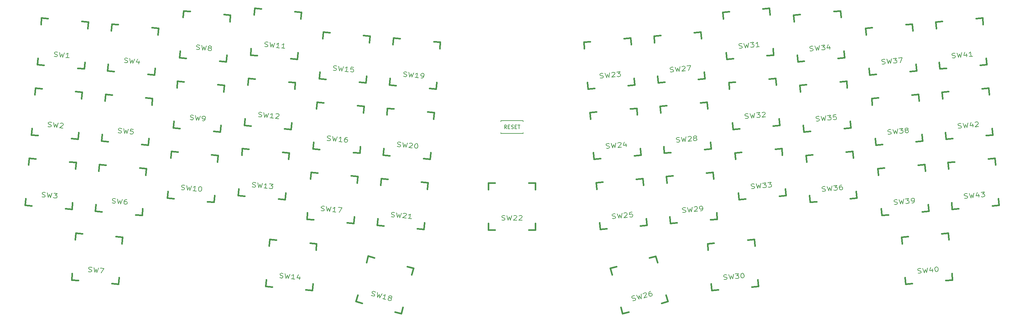
<source format=gbr>
G04 #@! TF.GenerationSoftware,KiCad,Pcbnew,(5.1.0)-1*
G04 #@! TF.CreationDate,2019-06-28T01:08:36+08:00*
G04 #@! TF.ProjectId,Kamaitachi,4b616d61-6974-4616-9368-692e6b696361,rev?*
G04 #@! TF.SameCoordinates,Original*
G04 #@! TF.FileFunction,Legend,Top*
G04 #@! TF.FilePolarity,Positive*
%FSLAX46Y46*%
G04 Gerber Fmt 4.6, Leading zero omitted, Abs format (unit mm)*
G04 Created by KiCad (PCBNEW (5.1.0)-1) date 2019-06-28 01:08:36*
%MOMM*%
%LPD*%
G04 APERTURE LIST*
%ADD10C,0.381000*%
%ADD11C,0.150000*%
%ADD12C,0.203200*%
G04 APERTURE END LIST*
D10*
X325171761Y-145868081D02*
X325016798Y-144096847D01*
X326123676Y-156748519D02*
X325968713Y-154977285D01*
X327894910Y-156593556D02*
X326123676Y-156748519D01*
X338775348Y-155641641D02*
X337004114Y-155796604D01*
X338620385Y-153870407D02*
X338775348Y-155641641D01*
X337668470Y-142989969D02*
X337823433Y-144761203D01*
X335897236Y-143144932D02*
X337668470Y-142989969D01*
X325016798Y-144096847D02*
X326788032Y-143941884D01*
X323511444Y-126890572D02*
X323356481Y-125119338D01*
X324463359Y-137771010D02*
X324308396Y-135999776D01*
X326234593Y-137616047D02*
X324463359Y-137771010D01*
X337115031Y-136664132D02*
X335343797Y-136819095D01*
X336960068Y-134892898D02*
X337115031Y-136664132D01*
X336008153Y-124012460D02*
X336163116Y-125783694D01*
X334236919Y-124167423D02*
X336008153Y-124012460D01*
X323356481Y-125119338D02*
X325127715Y-124964375D01*
X321851127Y-107913063D02*
X321696164Y-106141829D01*
X322803042Y-118793501D02*
X322648079Y-117022267D01*
X324574276Y-118638538D02*
X322803042Y-118793501D01*
X335454714Y-117686623D02*
X333683480Y-117841586D01*
X335299751Y-115915389D02*
X335454714Y-117686623D01*
X334347836Y-105034951D02*
X334502799Y-106806185D01*
X332576602Y-105189914D02*
X334347836Y-105034951D01*
X321696164Y-106141829D02*
X323467398Y-105986866D01*
X312599444Y-166090784D02*
X312444481Y-164319550D01*
X313551359Y-176971222D02*
X313396396Y-175199988D01*
X315322593Y-176816259D02*
X313551359Y-176971222D01*
X326203031Y-175864344D02*
X324431797Y-176019307D01*
X326048068Y-174093110D02*
X326203031Y-175864344D01*
X325096153Y-163212672D02*
X325251116Y-164983906D01*
X323324919Y-163367635D02*
X325096153Y-163212672D01*
X312444481Y-164319550D02*
X314215715Y-164164587D01*
X306194252Y-147528398D02*
X306039289Y-145757164D01*
X307146167Y-158408836D02*
X306991204Y-156637602D01*
X308917401Y-158253873D02*
X307146167Y-158408836D01*
X319797839Y-157301958D02*
X318026605Y-157456921D01*
X319642876Y-155530724D02*
X319797839Y-157301958D01*
X318690961Y-144650286D02*
X318845924Y-146421520D01*
X316919727Y-144805249D02*
X318690961Y-144650286D01*
X306039289Y-145757164D02*
X307810523Y-145602201D01*
X304533935Y-128550889D02*
X304378972Y-126779655D01*
X305485850Y-139431327D02*
X305330887Y-137660093D01*
X307257084Y-139276364D02*
X305485850Y-139431327D01*
X318137522Y-138324449D02*
X316366288Y-138479412D01*
X317982559Y-136553215D02*
X318137522Y-138324449D01*
X317030644Y-125672777D02*
X317185607Y-127444011D01*
X315259410Y-125827740D02*
X317030644Y-125672777D01*
X304378972Y-126779655D02*
X306150206Y-126624692D01*
X302873618Y-109573380D02*
X302718655Y-107802146D01*
X303825533Y-120453818D02*
X303670570Y-118682584D01*
X305596767Y-120298855D02*
X303825533Y-120453818D01*
X316477205Y-119346940D02*
X314705971Y-119501903D01*
X316322242Y-117575706D02*
X316477205Y-119346940D01*
X315370327Y-106695268D02*
X315525290Y-108466502D01*
X313599093Y-106850231D02*
X315370327Y-106695268D01*
X302718655Y-107802146D02*
X304489889Y-107647183D01*
X286760156Y-143969900D02*
X286605193Y-142198666D01*
X287712071Y-154850338D02*
X287557108Y-153079104D01*
X289483305Y-154695375D02*
X287712071Y-154850338D01*
X300363743Y-153743460D02*
X298592509Y-153898423D01*
X300208780Y-151972226D02*
X300363743Y-153743460D01*
X299256865Y-141091788D02*
X299411828Y-142863022D01*
X297485631Y-141246751D02*
X299256865Y-141091788D01*
X286605193Y-142198666D02*
X288376427Y-142043703D01*
X285099839Y-124992391D02*
X284944876Y-123221157D01*
X286051754Y-135872829D02*
X285896791Y-134101595D01*
X287822988Y-135717866D02*
X286051754Y-135872829D01*
X298703426Y-134765951D02*
X296932192Y-134920914D01*
X298548463Y-132994717D02*
X298703426Y-134765951D01*
X297596548Y-122114279D02*
X297751511Y-123885513D01*
X295825314Y-122269242D02*
X297596548Y-122114279D01*
X284944876Y-123221157D02*
X286716110Y-123066194D01*
X283439522Y-106014881D02*
X283284559Y-104243647D01*
X284391437Y-116895319D02*
X284236474Y-115124085D01*
X286162671Y-116740356D02*
X284391437Y-116895319D01*
X297043109Y-115788441D02*
X295271875Y-115943404D01*
X296888146Y-114017207D02*
X297043109Y-115788441D01*
X295936231Y-103136769D02*
X296091194Y-104908003D01*
X294164997Y-103291732D02*
X295936231Y-103136769D01*
X283284559Y-104243647D02*
X285055793Y-104088684D01*
X267575107Y-143258028D02*
X267420144Y-141486794D01*
X268527022Y-154138466D02*
X268372059Y-152367232D01*
X270298256Y-153983503D02*
X268527022Y-154138466D01*
X281178694Y-153031588D02*
X279407460Y-153186551D01*
X281023731Y-151260354D02*
X281178694Y-153031588D01*
X280071816Y-140379916D02*
X280226779Y-142151150D01*
X278300582Y-140534879D02*
X280071816Y-140379916D01*
X267420144Y-141486794D02*
X269191378Y-141331831D01*
X265914790Y-124280519D02*
X265759827Y-122509285D01*
X266866705Y-135160957D02*
X266711742Y-133389723D01*
X268637939Y-135005994D02*
X266866705Y-135160957D01*
X279518377Y-134054079D02*
X277747143Y-134209042D01*
X279363414Y-132282845D02*
X279518377Y-134054079D01*
X278411499Y-121402407D02*
X278566462Y-123173641D01*
X276640265Y-121557370D02*
X278411499Y-121402407D01*
X265759827Y-122509285D02*
X267531061Y-122354322D01*
X264254474Y-105303010D02*
X264099511Y-103531776D01*
X265206389Y-116183448D02*
X265051426Y-114412214D01*
X266977623Y-116028485D02*
X265206389Y-116183448D01*
X277858061Y-115076570D02*
X276086827Y-115231533D01*
X277703098Y-113305336D02*
X277858061Y-115076570D01*
X276751183Y-102424898D02*
X276906146Y-104196132D01*
X274979949Y-102579861D02*
X276751183Y-102424898D01*
X264099511Y-103531776D02*
X265870745Y-103376813D01*
X260161749Y-167810073D02*
X260006786Y-166038839D01*
X261113664Y-178690511D02*
X260958701Y-176919277D01*
X262884898Y-178535548D02*
X261113664Y-178690511D01*
X273765336Y-177583633D02*
X271994102Y-177738596D01*
X273610373Y-175812399D02*
X273765336Y-177583633D01*
X272658458Y-164931961D02*
X272813421Y-166703195D01*
X270887224Y-165086924D02*
X272658458Y-164931961D01*
X260006786Y-166038839D02*
X261778020Y-165883876D01*
X249012678Y-149662722D02*
X248857715Y-147891488D01*
X249964593Y-160543160D02*
X249809630Y-158771926D01*
X251735827Y-160388197D02*
X249964593Y-160543160D01*
X262616265Y-159436282D02*
X260845031Y-159591245D01*
X262461302Y-157665048D02*
X262616265Y-159436282D01*
X261509387Y-146784610D02*
X261664350Y-148555844D01*
X259738153Y-146939573D02*
X261509387Y-146784610D01*
X248857715Y-147891488D02*
X250628949Y-147736525D01*
X247352361Y-130685213D02*
X247197398Y-128913979D01*
X248304276Y-141565651D02*
X248149313Y-139794417D01*
X250075510Y-141410688D02*
X248304276Y-141565651D01*
X260955948Y-140458773D02*
X259184714Y-140613736D01*
X260800985Y-138687539D02*
X260955948Y-140458773D01*
X259849070Y-127807101D02*
X260004033Y-129578335D01*
X258077836Y-127962064D02*
X259849070Y-127807101D01*
X247197398Y-128913979D02*
X248968632Y-128759016D01*
X245692044Y-111707703D02*
X245537081Y-109936469D01*
X246643959Y-122588141D02*
X246488996Y-120816907D01*
X248415193Y-122433178D02*
X246643959Y-122588141D01*
X259295631Y-121481263D02*
X257524397Y-121636226D01*
X259140668Y-119710029D02*
X259295631Y-121481263D01*
X258188753Y-108829591D02*
X258343716Y-110600825D01*
X256417519Y-108984554D02*
X258188753Y-108829591D01*
X245537081Y-109936469D02*
X247308315Y-109781506D01*
X234190023Y-174432524D02*
X233729843Y-172715108D01*
X237016845Y-184982366D02*
X236556665Y-183264950D01*
X238734261Y-184522186D02*
X237016845Y-184982366D01*
X249284103Y-181695364D02*
X247566687Y-182155544D01*
X248823923Y-179977948D02*
X249284103Y-181695364D01*
X245997101Y-169428106D02*
X246457281Y-171145522D01*
X244279685Y-169888286D02*
X245997101Y-169428106D01*
X233729843Y-172715108D02*
X235447259Y-172254928D01*
X230035169Y-151323039D02*
X229880206Y-149551805D01*
X230987084Y-162203477D02*
X230832121Y-160432243D01*
X232758318Y-162048514D02*
X230987084Y-162203477D01*
X243638756Y-161096599D02*
X241867522Y-161251562D01*
X243483793Y-159325365D02*
X243638756Y-161096599D01*
X242531878Y-148444927D02*
X242686841Y-150216161D01*
X240760644Y-148599890D02*
X242531878Y-148444927D01*
X229880206Y-149551805D02*
X231651440Y-149396842D01*
X228374852Y-132345530D02*
X228219889Y-130574296D01*
X229326767Y-143225968D02*
X229171804Y-141454734D01*
X231098001Y-143071005D02*
X229326767Y-143225968D01*
X241978439Y-142119090D02*
X240207205Y-142274053D01*
X241823476Y-140347856D02*
X241978439Y-142119090D01*
X240871561Y-129467418D02*
X241026524Y-131238652D01*
X239100327Y-129622381D02*
X240871561Y-129467418D01*
X228219889Y-130574296D02*
X229991123Y-130419333D01*
X226714535Y-113368020D02*
X226559572Y-111596786D01*
X227666450Y-124248458D02*
X227511487Y-122477224D01*
X229437684Y-124093495D02*
X227666450Y-124248458D01*
X240318122Y-123141580D02*
X238546888Y-123296543D01*
X240163159Y-121370346D02*
X240318122Y-123141580D01*
X239211244Y-110489908D02*
X239366207Y-112261142D01*
X237440010Y-110644871D02*
X239211244Y-110489908D01*
X226559572Y-111596786D02*
X228330806Y-111441823D01*
X200819100Y-151400330D02*
X200819100Y-149622330D01*
X200819100Y-162322330D02*
X200819100Y-160544330D01*
X202597100Y-162322330D02*
X200819100Y-162322330D01*
X213519100Y-162322330D02*
X211741100Y-162322330D01*
X213519100Y-160544330D02*
X213519100Y-162322330D01*
X213519100Y-149622330D02*
X213519100Y-151400330D01*
X211741100Y-149622330D02*
X213519100Y-149622330D01*
X200819100Y-149622330D02*
X202597100Y-149622330D01*
X171651359Y-150216161D02*
X171806322Y-148444927D01*
X170699444Y-161096599D02*
X170854407Y-159325365D01*
X172470678Y-161251562D02*
X170699444Y-161096599D01*
X183351116Y-162203477D02*
X181579882Y-162048514D01*
X183506079Y-160432243D02*
X183351116Y-162203477D01*
X184457994Y-149551805D02*
X184303031Y-151323039D01*
X182686760Y-149396842D02*
X184457994Y-149551805D01*
X171806322Y-148444927D02*
X173577556Y-148599890D01*
X173311676Y-131238652D02*
X173466639Y-129467418D01*
X172359761Y-142119090D02*
X172514724Y-140347856D01*
X174130995Y-142274053D02*
X172359761Y-142119090D01*
X185011433Y-143225968D02*
X183240199Y-143071005D01*
X185166396Y-141454734D02*
X185011433Y-143225968D01*
X186118311Y-130574296D02*
X185963348Y-132345530D01*
X184347077Y-130419333D02*
X186118311Y-130574296D01*
X173466639Y-129467418D02*
X175237873Y-129622381D01*
X174971993Y-112261142D02*
X175126956Y-110489908D01*
X174020078Y-123141580D02*
X174175041Y-121370346D01*
X175791312Y-123296543D02*
X174020078Y-123141580D01*
X186671750Y-124248458D02*
X184900516Y-124093495D01*
X186826713Y-122477224D02*
X186671750Y-124248458D01*
X187778628Y-111596786D02*
X187623665Y-113368020D01*
X186007394Y-111441823D02*
X187778628Y-111596786D01*
X175126956Y-110489908D02*
X176898190Y-110644871D01*
X167803545Y-171138753D02*
X168263725Y-169421337D01*
X164976723Y-181688595D02*
X165436903Y-179971179D01*
X166694139Y-182148775D02*
X164976723Y-181688595D01*
X177243981Y-184975597D02*
X175526565Y-184515417D01*
X177704161Y-183258181D02*
X177243981Y-184975597D01*
X180530983Y-172708339D02*
X180070803Y-174425755D01*
X178813567Y-172248159D02*
X180530983Y-172708339D01*
X168263725Y-169421337D02*
X169981141Y-169881517D01*
X152673850Y-148555844D02*
X152828813Y-146784610D01*
X151721935Y-159436282D02*
X151876898Y-157665048D01*
X153493169Y-159591245D02*
X151721935Y-159436282D01*
X164373607Y-160543160D02*
X162602373Y-160388197D01*
X164528570Y-158771926D02*
X164373607Y-160543160D01*
X165480485Y-147891488D02*
X165325522Y-149662722D01*
X163709251Y-147736525D02*
X165480485Y-147891488D01*
X152828813Y-146784610D02*
X154600047Y-146939573D01*
X154334167Y-129578335D02*
X154489130Y-127807101D01*
X153382252Y-140458773D02*
X153537215Y-138687539D01*
X155153486Y-140613736D02*
X153382252Y-140458773D01*
X166033924Y-141565651D02*
X164262690Y-141410688D01*
X166188887Y-139794417D02*
X166033924Y-141565651D01*
X167140802Y-128913979D02*
X166985839Y-130685213D01*
X165369568Y-128759016D02*
X167140802Y-128913979D01*
X154489130Y-127807101D02*
X156260364Y-127962064D01*
X155994484Y-110600825D02*
X156149447Y-108829591D01*
X155042569Y-121481263D02*
X155197532Y-119710029D01*
X156813803Y-121636226D02*
X155042569Y-121481263D01*
X167694241Y-122588141D02*
X165923007Y-122433178D01*
X167849204Y-120816907D02*
X167694241Y-122588141D01*
X168801119Y-109936469D02*
X168646156Y-111707703D01*
X167029885Y-109781506D02*
X168801119Y-109936469D01*
X156149447Y-108829591D02*
X157920681Y-108984554D01*
X141524779Y-166703195D02*
X141679742Y-164931961D01*
X140572864Y-177583633D02*
X140727827Y-175812399D01*
X142344098Y-177738596D02*
X140572864Y-177583633D01*
X153224536Y-178690511D02*
X151453302Y-178535548D01*
X153379499Y-176919277D02*
X153224536Y-178690511D01*
X154331414Y-166038839D02*
X154176451Y-167810073D01*
X152560180Y-165883876D02*
X154331414Y-166038839D01*
X141679742Y-164931961D02*
X143450976Y-165086924D01*
X134111421Y-142151150D02*
X134266384Y-140379916D01*
X133159506Y-153031588D02*
X133314469Y-151260354D01*
X134930740Y-153186551D02*
X133159506Y-153031588D01*
X145811178Y-154138466D02*
X144039944Y-153983503D01*
X145966141Y-152367232D02*
X145811178Y-154138466D01*
X146918056Y-141486794D02*
X146763093Y-143258028D01*
X145146822Y-141331831D02*
X146918056Y-141486794D01*
X134266384Y-140379916D02*
X136037618Y-140534879D01*
X135771738Y-123173641D02*
X135926701Y-121402407D01*
X134819823Y-134054079D02*
X134974786Y-132282845D01*
X136591057Y-134209042D02*
X134819823Y-134054079D01*
X147471495Y-135160957D02*
X145700261Y-135005994D01*
X147626458Y-133389723D02*
X147471495Y-135160957D01*
X148578373Y-122509285D02*
X148423410Y-124280519D01*
X146807139Y-122354322D02*
X148578373Y-122509285D01*
X135926701Y-121402407D02*
X137697935Y-121557370D01*
X137432054Y-104196132D02*
X137587017Y-102424898D01*
X136480139Y-115076570D02*
X136635102Y-113305336D01*
X138251373Y-115231533D02*
X136480139Y-115076570D01*
X149131811Y-116183448D02*
X147360577Y-116028485D01*
X149286774Y-114412214D02*
X149131811Y-116183448D01*
X150238689Y-103531776D02*
X150083726Y-105303010D01*
X148467455Y-103376813D02*
X150238689Y-103531776D01*
X137587017Y-102424898D02*
X139358251Y-102579861D01*
X114926372Y-142863022D02*
X115081335Y-141091788D01*
X113974457Y-153743460D02*
X114129420Y-151972226D01*
X115745691Y-153898423D02*
X113974457Y-153743460D01*
X126626129Y-154850338D02*
X124854895Y-154695375D01*
X126781092Y-153079104D02*
X126626129Y-154850338D01*
X127733007Y-142198666D02*
X127578044Y-143969900D01*
X125961773Y-142043703D02*
X127733007Y-142198666D01*
X115081335Y-141091788D02*
X116852569Y-141246751D01*
X116586689Y-123885513D02*
X116741652Y-122114279D01*
X115634774Y-134765951D02*
X115789737Y-132994717D01*
X117406008Y-134920914D02*
X115634774Y-134765951D01*
X128286446Y-135872829D02*
X126515212Y-135717866D01*
X128441409Y-134101595D02*
X128286446Y-135872829D01*
X129393324Y-123221157D02*
X129238361Y-124992391D01*
X127622090Y-123066194D02*
X129393324Y-123221157D01*
X116741652Y-122114279D02*
X118512886Y-122269242D01*
X118247006Y-104908003D02*
X118401969Y-103136769D01*
X117295091Y-115788441D02*
X117450054Y-114017207D01*
X119066325Y-115943404D02*
X117295091Y-115788441D01*
X129946763Y-116895319D02*
X128175529Y-116740356D01*
X130101726Y-115124085D02*
X129946763Y-116895319D01*
X131053641Y-104243647D02*
X130898678Y-106014881D01*
X129282407Y-104088684D02*
X131053641Y-104243647D01*
X118401969Y-103136769D02*
X120173203Y-103291732D01*
X89088080Y-164983993D02*
X89243043Y-163212759D01*
X88136165Y-175864431D02*
X88291128Y-174093197D01*
X89907399Y-176019394D02*
X88136165Y-175864431D01*
X100787837Y-176971309D02*
X99016603Y-176816346D01*
X100942800Y-175200075D02*
X100787837Y-176971309D01*
X101894715Y-164319637D02*
X101739752Y-166090871D01*
X100123481Y-164164674D02*
X101894715Y-164319637D01*
X89243043Y-163212759D02*
X91014277Y-163367722D01*
X95492276Y-146421520D02*
X95647239Y-144650286D01*
X94540361Y-157301958D02*
X94695324Y-155530724D01*
X96311595Y-157456921D02*
X94540361Y-157301958D01*
X107192033Y-158408836D02*
X105420799Y-158253873D01*
X107346996Y-156637602D02*
X107192033Y-158408836D01*
X108298911Y-145757164D02*
X108143948Y-147528398D01*
X106527677Y-145602201D02*
X108298911Y-145757164D01*
X95647239Y-144650286D02*
X97418473Y-144805249D01*
X97152673Y-127444018D02*
X97307636Y-125672784D01*
X96200758Y-138324456D02*
X96355721Y-136553222D01*
X97971992Y-138479419D02*
X96200758Y-138324456D01*
X108852430Y-139431334D02*
X107081196Y-139276371D01*
X109007393Y-137660100D02*
X108852430Y-139431334D01*
X109959308Y-126779662D02*
X109804345Y-128550896D01*
X108188074Y-126624699D02*
X109959308Y-126779662D01*
X97307636Y-125672784D02*
X99078870Y-125827747D01*
X98812910Y-108466502D02*
X98967873Y-106695268D01*
X97860995Y-119346940D02*
X98015958Y-117575706D01*
X99632229Y-119501903D02*
X97860995Y-119346940D01*
X110512667Y-120453818D02*
X108741433Y-120298855D01*
X110667630Y-118682584D02*
X110512667Y-120453818D01*
X111619545Y-107802146D02*
X111464582Y-109573380D01*
X109848311Y-107647183D02*
X111619545Y-107802146D01*
X98967873Y-106695268D02*
X100739107Y-106850231D01*
X76514767Y-144761203D02*
X76669730Y-142989969D01*
X75562852Y-155641641D02*
X75717815Y-153870407D01*
X77334086Y-155796604D02*
X75562852Y-155641641D01*
X88214524Y-156748519D02*
X86443290Y-156593556D01*
X88369487Y-154977285D02*
X88214524Y-156748519D01*
X89321402Y-144096847D02*
X89166439Y-145868081D01*
X87550168Y-143941884D02*
X89321402Y-144096847D01*
X76669730Y-142989969D02*
X78440964Y-143144932D01*
X78175084Y-125783694D02*
X78330047Y-124012460D01*
X77223169Y-136664132D02*
X77378132Y-134892898D01*
X78994403Y-136819095D02*
X77223169Y-136664132D01*
X89874841Y-137771010D02*
X88103607Y-137616047D01*
X90029804Y-135999776D02*
X89874841Y-137771010D01*
X90981719Y-125119338D02*
X90826756Y-126890572D01*
X89210485Y-124964375D02*
X90981719Y-125119338D01*
X78330047Y-124012460D02*
X80101281Y-124167423D01*
X79835401Y-106806185D02*
X79990364Y-105034951D01*
X78883486Y-117686623D02*
X79038449Y-115915389D01*
X80654720Y-117841586D02*
X78883486Y-117686623D01*
X91535158Y-118793501D02*
X89763924Y-118638538D01*
X91690121Y-117022267D02*
X91535158Y-118793501D01*
X92642036Y-106141829D02*
X92487073Y-107913063D01*
X90870802Y-105986866D02*
X92642036Y-106141829D01*
X79990364Y-105034951D02*
X81761598Y-105189914D01*
D11*
X204169620Y-136291190D02*
X204169620Y-136041190D01*
X210169620Y-136291190D02*
X204169620Y-136291190D01*
X210169620Y-136291190D02*
X210169620Y-136041190D01*
X210169620Y-132791190D02*
X210169620Y-133041190D01*
X204169620Y-132791190D02*
X204169620Y-133041190D01*
X210169620Y-132791190D02*
X204169620Y-132791190D01*
D12*
X329470373Y-153784604D02*
X329692530Y-153825875D01*
X330054006Y-153794250D01*
X330193326Y-153721353D01*
X330260351Y-153654782D01*
X330322104Y-153527965D01*
X330311562Y-153407473D01*
X330228725Y-153293306D01*
X330151159Y-153239385D01*
X330001298Y-153191789D01*
X329706846Y-153156843D01*
X329556985Y-153109247D01*
X329479418Y-153055326D01*
X329396581Y-152941159D01*
X329386040Y-152820667D01*
X329447793Y-152693850D01*
X329514818Y-152627278D01*
X329654137Y-152554382D01*
X330015614Y-152522757D01*
X330237771Y-152564028D01*
X330738567Y-152459507D02*
X331210731Y-153693049D01*
X331420849Y-152764058D01*
X331789093Y-153642449D01*
X332039881Y-152345657D01*
X333305797Y-152659854D02*
X333379589Y-153503299D01*
X332902154Y-152209511D02*
X332619740Y-153144827D01*
X333559579Y-153062601D01*
X333919559Y-152181206D02*
X334859397Y-152098981D01*
X334395497Y-152625225D01*
X334612383Y-152606250D01*
X334762244Y-152653846D01*
X334839810Y-152707767D01*
X334922647Y-152821934D01*
X334949002Y-153123164D01*
X334887248Y-153249981D01*
X334820224Y-153316552D01*
X334680904Y-153389449D01*
X334247132Y-153427399D01*
X334097271Y-153379803D01*
X334019705Y-153325882D01*
X327810056Y-134807095D02*
X328032213Y-134848366D01*
X328393689Y-134816741D01*
X328533009Y-134743844D01*
X328600034Y-134677273D01*
X328661787Y-134550456D01*
X328651245Y-134429964D01*
X328568408Y-134315797D01*
X328490842Y-134261876D01*
X328340981Y-134214280D01*
X328046529Y-134179334D01*
X327896668Y-134131738D01*
X327819101Y-134077817D01*
X327736264Y-133963650D01*
X327725723Y-133843158D01*
X327787476Y-133716341D01*
X327854501Y-133649769D01*
X327993820Y-133576873D01*
X328355297Y-133545248D01*
X328577454Y-133586519D01*
X329078250Y-133481998D02*
X329550414Y-134715540D01*
X329760532Y-133786549D01*
X330128776Y-134664940D01*
X330379564Y-133368148D01*
X331645480Y-133682345D02*
X331719272Y-134525790D01*
X331241837Y-133232002D02*
X330959423Y-134167318D01*
X331899262Y-134085092D01*
X332342079Y-133317864D02*
X332409103Y-133251293D01*
X332548423Y-133178397D01*
X332909899Y-133146772D01*
X333059760Y-133194368D01*
X333137327Y-133248289D01*
X333220163Y-133362456D01*
X333230705Y-133482949D01*
X333174222Y-133670012D01*
X332369929Y-134468865D01*
X333309768Y-134386639D01*
X326149739Y-115829586D02*
X326371896Y-115870857D01*
X326733372Y-115839232D01*
X326872692Y-115766335D01*
X326939717Y-115699764D01*
X327001470Y-115572947D01*
X326990928Y-115452455D01*
X326908091Y-115338288D01*
X326830525Y-115284367D01*
X326680664Y-115236771D01*
X326386212Y-115201825D01*
X326236351Y-115154229D01*
X326158784Y-115100308D01*
X326075947Y-114986141D01*
X326065406Y-114865649D01*
X326127159Y-114738832D01*
X326194184Y-114672260D01*
X326333503Y-114599364D01*
X326694980Y-114567739D01*
X326917137Y-114609010D01*
X327417933Y-114504489D02*
X327890097Y-115738031D01*
X328100215Y-114809040D01*
X328468459Y-115687431D01*
X328719247Y-114390639D01*
X329985163Y-114704836D02*
X330058955Y-115548281D01*
X329581520Y-114254493D02*
X329299106Y-115189809D01*
X330238945Y-115107583D01*
X331649451Y-115409130D02*
X330781908Y-115485031D01*
X331215679Y-115447081D02*
X331104991Y-114181913D01*
X330976213Y-114375301D01*
X330842165Y-114508444D01*
X330702845Y-114581340D01*
X316898056Y-174007307D02*
X317120213Y-174048578D01*
X317481689Y-174016953D01*
X317621009Y-173944056D01*
X317688034Y-173877485D01*
X317749787Y-173750668D01*
X317739245Y-173630176D01*
X317656408Y-173516009D01*
X317578842Y-173462088D01*
X317428981Y-173414492D01*
X317134529Y-173379546D01*
X316984668Y-173331950D01*
X316907101Y-173278029D01*
X316824264Y-173163862D01*
X316813723Y-173043370D01*
X316875476Y-172916553D01*
X316942501Y-172849981D01*
X317081820Y-172777085D01*
X317443297Y-172745460D01*
X317665454Y-172786731D01*
X318166250Y-172682210D02*
X318638414Y-173915752D01*
X318848532Y-172986761D01*
X319216776Y-173865152D01*
X319467564Y-172568360D01*
X320733480Y-172882557D02*
X320807272Y-173726002D01*
X320329837Y-172432214D02*
X320047423Y-173367530D01*
X320987262Y-173285304D01*
X321781013Y-172365959D02*
X321925604Y-172353309D01*
X322075465Y-172400905D01*
X322153031Y-172454826D01*
X322235868Y-172568993D01*
X322329247Y-172803653D01*
X322355601Y-173104883D01*
X322304389Y-173352192D01*
X322242636Y-173479009D01*
X322175611Y-173545580D01*
X322036292Y-173618477D01*
X321891701Y-173631127D01*
X321741840Y-173583531D01*
X321664273Y-173529609D01*
X321581437Y-173415442D01*
X321488058Y-173180783D01*
X321461704Y-172879553D01*
X321512915Y-172632244D01*
X321574669Y-172505426D01*
X321641694Y-172438855D01*
X321781013Y-172365959D01*
X310492864Y-155444921D02*
X310715021Y-155486192D01*
X311076497Y-155454567D01*
X311215817Y-155381670D01*
X311282842Y-155315099D01*
X311344595Y-155188282D01*
X311334053Y-155067790D01*
X311251216Y-154953623D01*
X311173650Y-154899702D01*
X311023789Y-154852106D01*
X310729337Y-154817160D01*
X310579476Y-154769564D01*
X310501909Y-154715643D01*
X310419072Y-154601476D01*
X310408531Y-154480984D01*
X310470284Y-154354167D01*
X310537309Y-154287595D01*
X310676628Y-154214699D01*
X311038105Y-154183074D01*
X311260262Y-154224345D01*
X311761058Y-154119824D02*
X312233222Y-155353366D01*
X312443340Y-154424375D01*
X312811584Y-155302766D01*
X313062372Y-154005974D01*
X313496144Y-153968024D02*
X314435983Y-153885799D01*
X313972083Y-154412042D01*
X314188968Y-154393067D01*
X314338830Y-154440663D01*
X314416396Y-154494584D01*
X314499233Y-154608751D01*
X314525587Y-154909982D01*
X314463833Y-155036799D01*
X314396809Y-155103370D01*
X314257489Y-155176266D01*
X313823718Y-155214216D01*
X313673856Y-155166620D01*
X313596290Y-155112699D01*
X315269623Y-155087716D02*
X315558804Y-155062416D01*
X315698124Y-154989519D01*
X315765148Y-154922948D01*
X315893926Y-154729560D01*
X315945138Y-154482251D01*
X315902971Y-154000282D01*
X315820135Y-153886115D01*
X315742568Y-153832194D01*
X315592707Y-153784598D01*
X315303526Y-153809898D01*
X315164206Y-153882794D01*
X315097182Y-153949365D01*
X315035428Y-154076183D01*
X315061782Y-154377413D01*
X315144619Y-154491580D01*
X315222186Y-154545501D01*
X315372047Y-154593097D01*
X315661228Y-154567797D01*
X315800548Y-154494901D01*
X315867572Y-154428330D01*
X315929326Y-154301513D01*
X308832547Y-136467412D02*
X309054704Y-136508683D01*
X309416180Y-136477058D01*
X309555500Y-136404161D01*
X309622525Y-136337590D01*
X309684278Y-136210773D01*
X309673736Y-136090281D01*
X309590899Y-135976114D01*
X309513333Y-135922193D01*
X309363472Y-135874597D01*
X309069020Y-135839651D01*
X308919159Y-135792055D01*
X308841592Y-135738134D01*
X308758755Y-135623967D01*
X308748214Y-135503475D01*
X308809967Y-135376658D01*
X308876992Y-135310086D01*
X309016311Y-135237190D01*
X309377788Y-135205565D01*
X309599945Y-135246836D01*
X310100741Y-135142315D02*
X310572905Y-136375857D01*
X310783023Y-135446866D01*
X311151267Y-136325257D01*
X311402055Y-135028465D01*
X311835827Y-134990515D02*
X312775666Y-134908290D01*
X312311766Y-135434533D01*
X312528651Y-135415558D01*
X312678513Y-135463154D01*
X312756079Y-135517075D01*
X312838916Y-135631242D01*
X312865270Y-135932473D01*
X312803516Y-136059290D01*
X312736492Y-136125861D01*
X312597172Y-136198757D01*
X312163401Y-136236707D01*
X312013539Y-136189111D01*
X311935973Y-136135190D01*
X313690647Y-135374604D02*
X313540785Y-135327008D01*
X313463219Y-135273087D01*
X313380382Y-135158920D01*
X313375111Y-135098674D01*
X313436865Y-134971856D01*
X313503889Y-134905285D01*
X313643209Y-134832389D01*
X313932390Y-134807089D01*
X314082251Y-134854685D01*
X314159818Y-134908606D01*
X314242654Y-135022773D01*
X314247925Y-135083019D01*
X314186172Y-135209837D01*
X314119147Y-135276408D01*
X313979828Y-135349304D01*
X313690647Y-135374604D01*
X313551327Y-135447500D01*
X313484302Y-135514071D01*
X313422549Y-135640888D01*
X313443632Y-135881872D01*
X313526469Y-135996039D01*
X313604035Y-136049961D01*
X313753897Y-136097557D01*
X314043078Y-136072257D01*
X314182398Y-135999360D01*
X314249422Y-135932789D01*
X314311176Y-135805972D01*
X314290092Y-135564988D01*
X314207255Y-135450821D01*
X314129689Y-135396900D01*
X313979828Y-135349304D01*
X307172230Y-117489903D02*
X307394387Y-117531174D01*
X307755863Y-117499549D01*
X307895183Y-117426652D01*
X307962208Y-117360081D01*
X308023961Y-117233264D01*
X308013419Y-117112772D01*
X307930582Y-116998605D01*
X307853016Y-116944684D01*
X307703155Y-116897088D01*
X307408703Y-116862142D01*
X307258842Y-116814546D01*
X307181275Y-116760625D01*
X307098438Y-116646458D01*
X307087897Y-116525966D01*
X307149650Y-116399149D01*
X307216675Y-116332577D01*
X307355994Y-116259681D01*
X307717471Y-116228056D01*
X307939628Y-116269327D01*
X308440424Y-116164806D02*
X308912588Y-117398348D01*
X309122706Y-116469357D01*
X309490950Y-117347748D01*
X309741738Y-116050956D01*
X310175510Y-116013006D02*
X311115349Y-115930781D01*
X310651449Y-116457024D01*
X310868334Y-116438049D01*
X311018196Y-116485645D01*
X311095762Y-116539566D01*
X311178599Y-116653733D01*
X311204953Y-116954964D01*
X311143199Y-117081781D01*
X311076175Y-117148352D01*
X310936855Y-117221248D01*
X310503084Y-117259198D01*
X310353222Y-117211602D01*
X310275656Y-117157681D01*
X311621416Y-115886505D02*
X312633549Y-115797955D01*
X312093580Y-117120048D01*
X291058768Y-151886423D02*
X291280925Y-151927694D01*
X291642401Y-151896069D01*
X291781721Y-151823172D01*
X291848746Y-151756601D01*
X291910499Y-151629784D01*
X291899957Y-151509292D01*
X291817120Y-151395125D01*
X291739554Y-151341204D01*
X291589693Y-151293608D01*
X291295241Y-151258662D01*
X291145380Y-151211066D01*
X291067813Y-151157145D01*
X290984976Y-151042978D01*
X290974435Y-150922486D01*
X291036188Y-150795669D01*
X291103213Y-150729097D01*
X291242532Y-150656201D01*
X291604009Y-150624576D01*
X291826166Y-150665847D01*
X292326962Y-150561326D02*
X292799126Y-151794868D01*
X293009244Y-150865877D01*
X293377488Y-151744268D01*
X293628276Y-150447476D01*
X294062048Y-150409526D02*
X295001887Y-150327301D01*
X294537987Y-150853544D01*
X294754872Y-150834569D01*
X294904734Y-150882165D01*
X294982300Y-150936086D01*
X295065137Y-151050253D01*
X295091491Y-151351484D01*
X295029737Y-151478301D01*
X294962713Y-151544872D01*
X294823393Y-151617768D01*
X294389622Y-151655718D01*
X294239760Y-151608122D01*
X294162194Y-151554201D01*
X296303202Y-150213450D02*
X296014020Y-150238750D01*
X295874701Y-150311646D01*
X295807676Y-150378217D01*
X295678898Y-150571606D01*
X295627686Y-150818915D01*
X295669853Y-151300883D01*
X295752690Y-151415050D01*
X295830256Y-151468972D01*
X295980118Y-151516568D01*
X296269299Y-151491268D01*
X296408619Y-151418371D01*
X296475643Y-151351800D01*
X296537397Y-151224983D01*
X296511042Y-150923753D01*
X296428205Y-150809586D01*
X296350639Y-150755665D01*
X296200778Y-150708069D01*
X295911597Y-150733369D01*
X295772277Y-150806265D01*
X295705253Y-150872836D01*
X295643499Y-150999653D01*
X289398451Y-132908914D02*
X289620608Y-132950185D01*
X289982084Y-132918560D01*
X290121404Y-132845663D01*
X290188429Y-132779092D01*
X290250182Y-132652275D01*
X290239640Y-132531783D01*
X290156803Y-132417616D01*
X290079237Y-132363695D01*
X289929376Y-132316099D01*
X289634924Y-132281153D01*
X289485063Y-132233557D01*
X289407496Y-132179636D01*
X289324659Y-132065469D01*
X289314118Y-131944977D01*
X289375871Y-131818160D01*
X289442896Y-131751588D01*
X289582215Y-131678692D01*
X289943692Y-131647067D01*
X290165849Y-131688338D01*
X290666645Y-131583817D02*
X291138809Y-132817359D01*
X291348927Y-131888368D01*
X291717171Y-132766759D01*
X291967959Y-131469967D01*
X292401731Y-131432017D02*
X293341570Y-131349792D01*
X292877670Y-131876035D01*
X293094555Y-131857060D01*
X293244417Y-131904656D01*
X293321983Y-131958577D01*
X293404820Y-132072744D01*
X293431174Y-132373975D01*
X293369420Y-132500792D01*
X293302396Y-132567363D01*
X293163076Y-132640259D01*
X292729305Y-132678209D01*
X292579443Y-132630613D01*
X292501877Y-132576692D01*
X294715180Y-131229616D02*
X293992227Y-131292866D01*
X293972640Y-131901652D01*
X294039665Y-131835081D01*
X294178984Y-131762185D01*
X294540461Y-131730560D01*
X294690322Y-131778156D01*
X294767888Y-131832077D01*
X294850725Y-131946244D01*
X294877080Y-132247474D01*
X294815326Y-132374291D01*
X294748302Y-132440862D01*
X294608982Y-132513759D01*
X294247505Y-132545384D01*
X294097644Y-132497788D01*
X294020078Y-132443867D01*
X287738134Y-113931404D02*
X287960291Y-113972675D01*
X288321767Y-113941050D01*
X288461087Y-113868153D01*
X288528112Y-113801582D01*
X288589865Y-113674765D01*
X288579323Y-113554273D01*
X288496486Y-113440106D01*
X288418920Y-113386185D01*
X288269059Y-113338589D01*
X287974607Y-113303643D01*
X287824746Y-113256047D01*
X287747179Y-113202126D01*
X287664342Y-113087959D01*
X287653801Y-112967467D01*
X287715554Y-112840650D01*
X287782579Y-112774078D01*
X287921898Y-112701182D01*
X288283375Y-112669557D01*
X288505532Y-112710828D01*
X289006328Y-112606307D02*
X289478492Y-113839849D01*
X289688610Y-112910858D01*
X290056854Y-113789249D01*
X290307642Y-112492457D01*
X290741414Y-112454507D02*
X291681253Y-112372282D01*
X291217353Y-112898525D01*
X291434238Y-112879550D01*
X291584100Y-112927146D01*
X291661666Y-112981067D01*
X291744503Y-113095234D01*
X291770857Y-113396465D01*
X291709103Y-113523282D01*
X291642079Y-113589853D01*
X291502759Y-113662749D01*
X291068988Y-113700699D01*
X290919126Y-113653103D01*
X290841560Y-113599182D01*
X293019463Y-112680154D02*
X293093255Y-113523598D01*
X292615820Y-112229810D02*
X292333407Y-113165126D01*
X293273245Y-113082901D01*
X271873719Y-151174551D02*
X272095876Y-151215822D01*
X272457352Y-151184197D01*
X272596672Y-151111300D01*
X272663697Y-151044729D01*
X272725450Y-150917912D01*
X272714908Y-150797420D01*
X272632071Y-150683253D01*
X272554505Y-150629332D01*
X272404644Y-150581736D01*
X272110192Y-150546790D01*
X271960331Y-150499194D01*
X271882764Y-150445273D01*
X271799927Y-150331106D01*
X271789386Y-150210614D01*
X271851139Y-150083797D01*
X271918164Y-150017225D01*
X272057483Y-149944329D01*
X272418960Y-149912704D01*
X272641117Y-149953975D01*
X273141913Y-149849454D02*
X273614077Y-151082996D01*
X273824195Y-150154005D01*
X274192439Y-151032396D01*
X274443227Y-149735604D01*
X274876999Y-149697654D02*
X275816838Y-149615429D01*
X275352938Y-150141672D01*
X275569823Y-150122697D01*
X275719685Y-150170293D01*
X275797251Y-150224214D01*
X275880088Y-150338381D01*
X275906442Y-150639612D01*
X275844688Y-150766429D01*
X275777664Y-150833000D01*
X275638344Y-150905896D01*
X275204573Y-150943846D01*
X275054711Y-150896250D01*
X274977145Y-150842329D01*
X276322905Y-149571153D02*
X277262743Y-149488928D01*
X276798843Y-150015172D01*
X277015729Y-149996197D01*
X277165590Y-150043793D01*
X277243156Y-150097714D01*
X277325993Y-150211881D01*
X277352348Y-150513111D01*
X277290594Y-150639928D01*
X277223570Y-150706499D01*
X277084250Y-150779396D01*
X276650478Y-150817346D01*
X276500617Y-150769750D01*
X276423051Y-150715829D01*
X270213402Y-132197042D02*
X270435559Y-132238313D01*
X270797035Y-132206688D01*
X270936355Y-132133791D01*
X271003380Y-132067220D01*
X271065133Y-131940403D01*
X271054591Y-131819911D01*
X270971754Y-131705744D01*
X270894188Y-131651823D01*
X270744327Y-131604227D01*
X270449875Y-131569281D01*
X270300014Y-131521685D01*
X270222447Y-131467764D01*
X270139610Y-131353597D01*
X270129069Y-131233105D01*
X270190822Y-131106288D01*
X270257847Y-131039716D01*
X270397166Y-130966820D01*
X270758643Y-130935195D01*
X270980800Y-130976466D01*
X271481596Y-130871945D02*
X271953760Y-132105487D01*
X272163878Y-131176496D01*
X272532122Y-132054887D01*
X272782910Y-130758095D01*
X273216682Y-130720145D02*
X274156521Y-130637920D01*
X273692621Y-131164163D01*
X273909506Y-131145188D01*
X274059368Y-131192784D01*
X274136934Y-131246705D01*
X274219771Y-131360872D01*
X274246125Y-131662103D01*
X274184371Y-131788920D01*
X274117347Y-131855491D01*
X273978027Y-131928387D01*
X273544256Y-131966337D01*
X273394394Y-131918741D01*
X273316828Y-131864820D01*
X274745425Y-130707811D02*
X274812449Y-130641240D01*
X274951769Y-130568344D01*
X275313245Y-130536719D01*
X275463106Y-130584315D01*
X275540673Y-130638236D01*
X275623509Y-130752403D01*
X275634051Y-130872896D01*
X275577568Y-131059959D01*
X274773275Y-131858812D01*
X275713114Y-131776586D01*
X268553086Y-113219533D02*
X268775243Y-113260804D01*
X269136719Y-113229179D01*
X269276039Y-113156282D01*
X269343064Y-113089711D01*
X269404817Y-112962894D01*
X269394275Y-112842402D01*
X269311438Y-112728235D01*
X269233872Y-112674314D01*
X269084011Y-112626718D01*
X268789559Y-112591772D01*
X268639698Y-112544176D01*
X268562131Y-112490255D01*
X268479294Y-112376088D01*
X268468753Y-112255596D01*
X268530506Y-112128779D01*
X268597531Y-112062207D01*
X268736850Y-111989311D01*
X269098327Y-111957686D01*
X269320484Y-111998957D01*
X269821280Y-111894436D02*
X270293444Y-113127978D01*
X270503562Y-112198987D01*
X270871806Y-113077378D01*
X271122594Y-111780586D01*
X271556366Y-111742636D02*
X272496205Y-111660411D01*
X272032305Y-112186654D01*
X272249190Y-112167679D01*
X272399052Y-112215275D01*
X272476618Y-112269196D01*
X272559455Y-112383363D01*
X272585809Y-112684594D01*
X272524055Y-112811411D01*
X272457031Y-112877982D01*
X272317711Y-112950878D01*
X271883940Y-112988828D01*
X271734078Y-112941232D01*
X271656512Y-112887311D01*
X274052798Y-112799077D02*
X273185255Y-112874978D01*
X273619026Y-112837028D02*
X273508338Y-111571860D01*
X273379560Y-111765248D01*
X273245512Y-111898391D01*
X273106192Y-111971287D01*
X264460361Y-175726596D02*
X264682518Y-175767867D01*
X265043994Y-175736242D01*
X265183314Y-175663345D01*
X265250339Y-175596774D01*
X265312092Y-175469957D01*
X265301550Y-175349465D01*
X265218713Y-175235298D01*
X265141147Y-175181377D01*
X264991286Y-175133781D01*
X264696834Y-175098835D01*
X264546973Y-175051239D01*
X264469406Y-174997318D01*
X264386569Y-174883151D01*
X264376028Y-174762659D01*
X264437781Y-174635842D01*
X264504806Y-174569270D01*
X264644125Y-174496374D01*
X265005602Y-174464749D01*
X265227759Y-174506020D01*
X265728555Y-174401499D02*
X266200719Y-175635041D01*
X266410837Y-174706050D01*
X266779081Y-175584441D01*
X267029869Y-174287649D01*
X267463641Y-174249699D02*
X268403480Y-174167474D01*
X267939580Y-174693717D01*
X268156465Y-174674742D01*
X268306327Y-174722338D01*
X268383893Y-174776259D01*
X268466730Y-174890426D01*
X268493084Y-175191657D01*
X268431330Y-175318474D01*
X268364306Y-175385045D01*
X268224986Y-175457941D01*
X267791215Y-175495891D01*
X267641353Y-175448295D01*
X267563787Y-175394374D01*
X269343318Y-174085248D02*
X269487909Y-174072598D01*
X269637770Y-174120194D01*
X269715336Y-174174115D01*
X269798173Y-174288282D01*
X269891552Y-174522942D01*
X269917906Y-174824172D01*
X269866694Y-175071481D01*
X269804941Y-175198298D01*
X269737916Y-175264869D01*
X269598597Y-175337766D01*
X269454006Y-175350416D01*
X269304145Y-175302820D01*
X269226578Y-175248898D01*
X269143742Y-175134731D01*
X269050363Y-174900072D01*
X269024009Y-174598842D01*
X269075220Y-174351533D01*
X269136974Y-174224715D01*
X269203999Y-174158144D01*
X269343318Y-174085248D01*
X253311290Y-157579245D02*
X253533447Y-157620516D01*
X253894923Y-157588891D01*
X254034243Y-157515994D01*
X254101268Y-157449423D01*
X254163021Y-157322606D01*
X254152479Y-157202114D01*
X254069642Y-157087947D01*
X253992076Y-157034026D01*
X253842215Y-156986430D01*
X253547763Y-156951484D01*
X253397902Y-156903888D01*
X253320335Y-156849967D01*
X253237498Y-156735800D01*
X253226957Y-156615308D01*
X253288710Y-156488491D01*
X253355735Y-156421919D01*
X253495054Y-156349023D01*
X253856531Y-156317398D01*
X254078688Y-156358669D01*
X254579484Y-156254148D02*
X255051648Y-157487690D01*
X255261766Y-156558699D01*
X255630010Y-157437090D01*
X255880798Y-156140298D01*
X256397407Y-156216515D02*
X256464432Y-156149944D01*
X256603751Y-156077048D01*
X256965228Y-156045423D01*
X257115089Y-156093019D01*
X257192655Y-156146940D01*
X257275492Y-156261107D01*
X257286034Y-156381599D01*
X257229551Y-156568662D01*
X256425258Y-157367515D01*
X257365096Y-157285290D01*
X258088049Y-157222040D02*
X258377230Y-157196740D01*
X258516550Y-157123843D01*
X258583574Y-157057272D01*
X258712352Y-156863884D01*
X258763564Y-156616575D01*
X258721397Y-156134606D01*
X258638561Y-156020439D01*
X258560994Y-155966518D01*
X258411133Y-155918922D01*
X258121952Y-155944222D01*
X257982632Y-156017118D01*
X257915608Y-156083689D01*
X257853854Y-156210507D01*
X257880208Y-156511737D01*
X257963045Y-156625904D01*
X258040612Y-156679825D01*
X258190473Y-156727421D01*
X258479654Y-156702121D01*
X258618974Y-156629225D01*
X258685998Y-156562654D01*
X258747752Y-156435837D01*
X251650973Y-138601736D02*
X251873130Y-138643007D01*
X252234606Y-138611382D01*
X252373926Y-138538485D01*
X252440951Y-138471914D01*
X252502704Y-138345097D01*
X252492162Y-138224605D01*
X252409325Y-138110438D01*
X252331759Y-138056517D01*
X252181898Y-138008921D01*
X251887446Y-137973975D01*
X251737585Y-137926379D01*
X251660018Y-137872458D01*
X251577181Y-137758291D01*
X251566640Y-137637799D01*
X251628393Y-137510982D01*
X251695418Y-137444410D01*
X251834737Y-137371514D01*
X252196214Y-137339889D01*
X252418371Y-137381160D01*
X252919167Y-137276639D02*
X253391331Y-138510181D01*
X253601449Y-137581190D01*
X253969693Y-138459581D01*
X254220481Y-137162789D01*
X254737090Y-137239006D02*
X254804115Y-137172435D01*
X254943434Y-137099539D01*
X255304911Y-137067914D01*
X255454772Y-137115510D01*
X255532338Y-137169431D01*
X255615175Y-137283598D01*
X255625717Y-137404090D01*
X255569234Y-137591153D01*
X254764941Y-138390006D01*
X255704779Y-138307781D01*
X256509073Y-137508928D02*
X256359211Y-137461332D01*
X256281645Y-137407411D01*
X256198808Y-137293244D01*
X256193537Y-137232998D01*
X256255291Y-137106180D01*
X256322315Y-137039609D01*
X256461635Y-136966713D01*
X256750816Y-136941413D01*
X256900677Y-136989009D01*
X256978244Y-137042930D01*
X257061080Y-137157097D01*
X257066351Y-137217343D01*
X257004598Y-137344161D01*
X256937573Y-137410732D01*
X256798254Y-137483628D01*
X256509073Y-137508928D01*
X256369753Y-137581824D01*
X256302728Y-137648395D01*
X256240975Y-137775212D01*
X256262058Y-138016196D01*
X256344895Y-138130363D01*
X256422461Y-138184285D01*
X256572323Y-138231881D01*
X256861504Y-138206581D01*
X257000824Y-138133684D01*
X257067848Y-138067113D01*
X257129602Y-137940296D01*
X257108518Y-137699312D01*
X257025681Y-137585145D01*
X256948115Y-137531224D01*
X256798254Y-137483628D01*
X249990656Y-119624226D02*
X250212813Y-119665497D01*
X250574289Y-119633872D01*
X250713609Y-119560975D01*
X250780634Y-119494404D01*
X250842387Y-119367587D01*
X250831845Y-119247095D01*
X250749008Y-119132928D01*
X250671442Y-119079007D01*
X250521581Y-119031411D01*
X250227129Y-118996465D01*
X250077268Y-118948869D01*
X249999701Y-118894948D01*
X249916864Y-118780781D01*
X249906323Y-118660289D01*
X249968076Y-118533472D01*
X250035101Y-118466900D01*
X250174420Y-118394004D01*
X250535897Y-118362379D01*
X250758054Y-118403650D01*
X251258850Y-118299129D02*
X251731014Y-119532671D01*
X251941132Y-118603680D01*
X252309376Y-119482071D01*
X252560164Y-118185279D01*
X253076773Y-118261496D02*
X253143798Y-118194925D01*
X253283117Y-118122029D01*
X253644594Y-118090404D01*
X253794455Y-118138000D01*
X253872021Y-118191921D01*
X253954858Y-118306088D01*
X253965400Y-118426580D01*
X253908917Y-118613643D01*
X253104624Y-119412496D01*
X254044462Y-119330271D01*
X254439842Y-118020828D02*
X255451975Y-117932278D01*
X254912006Y-119254371D01*
X239798020Y-181482330D02*
X240023969Y-181484397D01*
X240374462Y-181390483D01*
X240499007Y-181294502D01*
X240553453Y-181217303D01*
X240592247Y-181081689D01*
X240560942Y-180964858D01*
X240459538Y-180866810D01*
X240373787Y-180827178D01*
X240217938Y-180806328D01*
X239921891Y-180823044D01*
X239766041Y-180802194D01*
X239680290Y-180762561D01*
X239578887Y-180664513D01*
X239547582Y-180547682D01*
X239586376Y-180412068D01*
X239640822Y-180334870D01*
X239765367Y-180238889D01*
X240115860Y-180144974D01*
X240341808Y-180147041D01*
X240816846Y-179957146D02*
X241496040Y-181089957D01*
X241541648Y-180138593D01*
X242056829Y-180939694D01*
X242078621Y-179619054D01*
X242600616Y-179604405D02*
X242655063Y-179527207D01*
X242779608Y-179431225D01*
X243130101Y-179337311D01*
X243285950Y-179358161D01*
X243371701Y-179397793D01*
X243473105Y-179495842D01*
X243504409Y-179612673D01*
X243481268Y-179806702D01*
X242827913Y-180733083D01*
X243739195Y-180488905D01*
X244672270Y-178924088D02*
X244391876Y-178999219D01*
X244267331Y-179095201D01*
X244212885Y-179172399D01*
X244119645Y-179385211D01*
X244112156Y-179637656D01*
X244237375Y-180104980D01*
X244338778Y-180203028D01*
X244424529Y-180242661D01*
X244580379Y-180263511D01*
X244860773Y-180188379D01*
X244985318Y-180092398D01*
X245039764Y-180015200D01*
X245078558Y-179879586D01*
X245000296Y-179587508D01*
X244898893Y-179489460D01*
X244813142Y-179449827D01*
X244657292Y-179428978D01*
X244376898Y-179504109D01*
X244252353Y-179600090D01*
X244197907Y-179677289D01*
X244159113Y-179812903D01*
X234333781Y-159239562D02*
X234555938Y-159280833D01*
X234917414Y-159249208D01*
X235056734Y-159176311D01*
X235123759Y-159109740D01*
X235185512Y-158982923D01*
X235174970Y-158862431D01*
X235092133Y-158748264D01*
X235014567Y-158694343D01*
X234864706Y-158646747D01*
X234570254Y-158611801D01*
X234420393Y-158564205D01*
X234342826Y-158510284D01*
X234259989Y-158396117D01*
X234249448Y-158275625D01*
X234311201Y-158148808D01*
X234378226Y-158082236D01*
X234517545Y-158009340D01*
X234879022Y-157977715D01*
X235101179Y-158018986D01*
X235601975Y-157914465D02*
X236074139Y-159148007D01*
X236284257Y-158219016D01*
X236652501Y-159097407D01*
X236903289Y-157800615D01*
X237419898Y-157876832D02*
X237486923Y-157810261D01*
X237626242Y-157737365D01*
X237987719Y-157705740D01*
X238137580Y-157753336D01*
X238215146Y-157807257D01*
X238297983Y-157921424D01*
X238308525Y-158041916D01*
X238252042Y-158228979D01*
X237447749Y-159027832D01*
X238387587Y-158945607D01*
X239650510Y-157560264D02*
X238927557Y-157623514D01*
X238907970Y-158232300D01*
X238974995Y-158165729D01*
X239114314Y-158092833D01*
X239475791Y-158061208D01*
X239625652Y-158108804D01*
X239703218Y-158162725D01*
X239786055Y-158276892D01*
X239812410Y-158578122D01*
X239750656Y-158704939D01*
X239683632Y-158771510D01*
X239544312Y-158844407D01*
X239182835Y-158876032D01*
X239032974Y-158828436D01*
X238955408Y-158774515D01*
X232673464Y-140262053D02*
X232895621Y-140303324D01*
X233257097Y-140271699D01*
X233396417Y-140198802D01*
X233463442Y-140132231D01*
X233525195Y-140005414D01*
X233514653Y-139884922D01*
X233431816Y-139770755D01*
X233354250Y-139716834D01*
X233204389Y-139669238D01*
X232909937Y-139634292D01*
X232760076Y-139586696D01*
X232682509Y-139532775D01*
X232599672Y-139418608D01*
X232589131Y-139298116D01*
X232650884Y-139171299D01*
X232717909Y-139104727D01*
X232857228Y-139031831D01*
X233218705Y-139000206D01*
X233440862Y-139041477D01*
X233941658Y-138936956D02*
X234413822Y-140170498D01*
X234623940Y-139241507D01*
X234992184Y-140119898D01*
X235242972Y-138823106D01*
X235759581Y-138899323D02*
X235826606Y-138832752D01*
X235965925Y-138759856D01*
X236327402Y-138728231D01*
X236477263Y-138775827D01*
X236554829Y-138829748D01*
X236637666Y-138943915D01*
X236648208Y-139064407D01*
X236591725Y-139251470D01*
X235787432Y-140050323D01*
X236727270Y-139968098D01*
X237954793Y-139010803D02*
X238028585Y-139854247D01*
X237551150Y-138560459D02*
X237268737Y-139495775D01*
X238208575Y-139413550D01*
X231013147Y-121284543D02*
X231235304Y-121325814D01*
X231596780Y-121294189D01*
X231736100Y-121221292D01*
X231803125Y-121154721D01*
X231864878Y-121027904D01*
X231854336Y-120907412D01*
X231771499Y-120793245D01*
X231693933Y-120739324D01*
X231544072Y-120691728D01*
X231249620Y-120656782D01*
X231099759Y-120609186D01*
X231022192Y-120555265D01*
X230939355Y-120441098D01*
X230928814Y-120320606D01*
X230990567Y-120193789D01*
X231057592Y-120127217D01*
X231196911Y-120054321D01*
X231558388Y-120022696D01*
X231780545Y-120063967D01*
X232281341Y-119959446D02*
X232753505Y-121192988D01*
X232963623Y-120263997D01*
X233331867Y-121142388D01*
X233582655Y-119845596D01*
X234099264Y-119921813D02*
X234166289Y-119855242D01*
X234305608Y-119782346D01*
X234667085Y-119750721D01*
X234816946Y-119798317D01*
X234894512Y-119852238D01*
X234977349Y-119966405D01*
X234987891Y-120086897D01*
X234931408Y-120273960D01*
X234127115Y-121072813D01*
X235066953Y-120990588D01*
X235462333Y-119681145D02*
X236402171Y-119598920D01*
X235938271Y-120125164D01*
X236155157Y-120106189D01*
X236305018Y-120153785D01*
X236382584Y-120207706D01*
X236465421Y-120321873D01*
X236491776Y-120623103D01*
X236430022Y-120749920D01*
X236362998Y-120816491D01*
X236223678Y-120889388D01*
X235789906Y-120927338D01*
X235640045Y-120879742D01*
X235562479Y-120825821D01*
X204411385Y-159661377D02*
X204629100Y-159721853D01*
X204991957Y-159721853D01*
X205137100Y-159661377D01*
X205209671Y-159600901D01*
X205282242Y-159479949D01*
X205282242Y-159358996D01*
X205209671Y-159238044D01*
X205137100Y-159177568D01*
X204991957Y-159117091D01*
X204701671Y-159056615D01*
X204556528Y-158996139D01*
X204483957Y-158935663D01*
X204411385Y-158814710D01*
X204411385Y-158693758D01*
X204483957Y-158572806D01*
X204556528Y-158512330D01*
X204701671Y-158451853D01*
X205064528Y-158451853D01*
X205282242Y-158512330D01*
X205790242Y-158451853D02*
X206153100Y-159721853D01*
X206443385Y-158814710D01*
X206733671Y-159721853D01*
X207096528Y-158451853D01*
X207604528Y-158572806D02*
X207677100Y-158512330D01*
X207822242Y-158451853D01*
X208185100Y-158451853D01*
X208330242Y-158512330D01*
X208402814Y-158572806D01*
X208475385Y-158693758D01*
X208475385Y-158814710D01*
X208402814Y-158996139D01*
X207531957Y-159721853D01*
X208475385Y-159721853D01*
X209055957Y-158572806D02*
X209128528Y-158512330D01*
X209273671Y-158451853D01*
X209636528Y-158451853D01*
X209781671Y-158512330D01*
X209854242Y-158572806D01*
X209926814Y-158693758D01*
X209926814Y-158814710D01*
X209854242Y-158996139D01*
X208983385Y-159721853D01*
X209926814Y-159721853D01*
X174509977Y-158758860D02*
X174721592Y-158838081D01*
X175083068Y-158869707D01*
X175232930Y-158822111D01*
X175310496Y-158768189D01*
X175393333Y-158654022D01*
X175403874Y-158533530D01*
X175342121Y-158406713D01*
X175275096Y-158340142D01*
X175135777Y-158267246D01*
X174851867Y-158181700D01*
X174712547Y-158108804D01*
X174645522Y-158042233D01*
X174583769Y-157915416D01*
X174594311Y-157794923D01*
X174677147Y-157680756D01*
X174754714Y-157626835D01*
X174904575Y-157579239D01*
X175266051Y-157610864D01*
X175477666Y-157690085D01*
X175989004Y-157674114D02*
X176239793Y-158970907D01*
X176608036Y-158092516D01*
X176818155Y-159021507D01*
X177290319Y-157787965D01*
X177785844Y-157952732D02*
X177863410Y-157898811D01*
X178013272Y-157851215D01*
X178374748Y-157882840D01*
X178514068Y-157955736D01*
X178581092Y-158022307D01*
X178642846Y-158149124D01*
X178632304Y-158269616D01*
X178544196Y-158444030D01*
X177613403Y-159091082D01*
X178553241Y-159173307D01*
X179999147Y-159299808D02*
X179131604Y-159223908D01*
X179565375Y-159261858D02*
X179676063Y-157996690D01*
X179515660Y-158164778D01*
X179360528Y-158272621D01*
X179210666Y-158320217D01*
X176170294Y-139781351D02*
X176381909Y-139860572D01*
X176743385Y-139892198D01*
X176893247Y-139844602D01*
X176970813Y-139790680D01*
X177053650Y-139676513D01*
X177064191Y-139556021D01*
X177002438Y-139429204D01*
X176935413Y-139362633D01*
X176796094Y-139289737D01*
X176512184Y-139204191D01*
X176372864Y-139131295D01*
X176305839Y-139064724D01*
X176244086Y-138937907D01*
X176254628Y-138817414D01*
X176337464Y-138703247D01*
X176415031Y-138649326D01*
X176564892Y-138601730D01*
X176926368Y-138633355D01*
X177137983Y-138712576D01*
X177649321Y-138696605D02*
X177900110Y-139993398D01*
X178268353Y-139115007D01*
X178478472Y-140043998D01*
X178950636Y-138810456D01*
X179446161Y-138975223D02*
X179523727Y-138921302D01*
X179673589Y-138873706D01*
X180035065Y-138905331D01*
X180174385Y-138978227D01*
X180241409Y-139044798D01*
X180303163Y-139171615D01*
X180292621Y-139292107D01*
X180204513Y-139466521D01*
X179273720Y-140113573D01*
X180213558Y-140195798D01*
X181264085Y-139012856D02*
X181408675Y-139025506D01*
X181547995Y-139098402D01*
X181615019Y-139164974D01*
X181676773Y-139291791D01*
X181727985Y-139539100D01*
X181701631Y-139840330D01*
X181608252Y-140074989D01*
X181525415Y-140189157D01*
X181447849Y-140243078D01*
X181297987Y-140290674D01*
X181153397Y-140278024D01*
X181014077Y-140205127D01*
X180947053Y-140138556D01*
X180885299Y-140011739D01*
X180834087Y-139764430D01*
X180860442Y-139463200D01*
X180953820Y-139228541D01*
X181036657Y-139114373D01*
X181114223Y-139060452D01*
X181264085Y-139012856D01*
X177830611Y-120803841D02*
X178042226Y-120883062D01*
X178403702Y-120914688D01*
X178553564Y-120867092D01*
X178631130Y-120813170D01*
X178713967Y-120699003D01*
X178724508Y-120578511D01*
X178662755Y-120451694D01*
X178595730Y-120385123D01*
X178456411Y-120312227D01*
X178172501Y-120226681D01*
X178033181Y-120153785D01*
X177966156Y-120087214D01*
X177904403Y-119960397D01*
X177914945Y-119839904D01*
X177997781Y-119725737D01*
X178075348Y-119671816D01*
X178225209Y-119624220D01*
X178586685Y-119655845D01*
X178798300Y-119735066D01*
X179309638Y-119719095D02*
X179560427Y-121015888D01*
X179928670Y-120137497D01*
X180138789Y-121066488D01*
X180610953Y-119832946D01*
X181873875Y-121218288D02*
X181006332Y-121142388D01*
X181440104Y-121180338D02*
X181550792Y-119915171D01*
X181390388Y-120083259D01*
X181235256Y-120191101D01*
X181085395Y-120238697D01*
X182596828Y-121281539D02*
X182886009Y-121306839D01*
X183035871Y-121259243D01*
X183113437Y-121205322D01*
X183273840Y-121037233D01*
X183367218Y-120802574D01*
X183409385Y-120320606D01*
X183347632Y-120193789D01*
X183280607Y-120127217D01*
X183141288Y-120054321D01*
X182852106Y-120029021D01*
X182702245Y-120076617D01*
X182624679Y-120130538D01*
X182541842Y-120244705D01*
X182515488Y-120545936D01*
X182577241Y-120672753D01*
X182644266Y-120739324D01*
X182783585Y-120812220D01*
X183072766Y-120837520D01*
X183222628Y-120789924D01*
X183300194Y-120736003D01*
X183383031Y-120621836D01*
X169135310Y-180048063D02*
X169329953Y-180162828D01*
X169680446Y-180256742D01*
X169836296Y-180235892D01*
X169922047Y-180196259D01*
X170023450Y-180098211D01*
X170054755Y-179981380D01*
X170015961Y-179845766D01*
X169961515Y-179768568D01*
X169836970Y-179672587D01*
X169572228Y-179539040D01*
X169447683Y-179443058D01*
X169393237Y-179365860D01*
X169354443Y-179230246D01*
X169385748Y-179113415D01*
X169487151Y-179015367D01*
X169572902Y-178975734D01*
X169728752Y-178954885D01*
X170079245Y-179048799D01*
X170273889Y-179163563D01*
X170780231Y-179236628D02*
X170802024Y-180557268D01*
X171317204Y-179756166D01*
X171362813Y-180707531D01*
X172042006Y-179574719D01*
X173045180Y-181158320D02*
X172203996Y-180932925D01*
X172624588Y-181045622D02*
X172953288Y-179818897D01*
X172766134Y-179956577D01*
X172594632Y-180035843D01*
X172438782Y-180056692D01*
X174074192Y-180682728D02*
X173949647Y-180586746D01*
X173895201Y-180509548D01*
X173856407Y-180373934D01*
X173872059Y-180315519D01*
X173973463Y-180217471D01*
X174059214Y-180177838D01*
X174215063Y-180156988D01*
X174495458Y-180232120D01*
X174620003Y-180328101D01*
X174674449Y-180405299D01*
X174713243Y-180540913D01*
X174697590Y-180599329D01*
X174596187Y-180697377D01*
X174510436Y-180737009D01*
X174354586Y-180757859D01*
X174074192Y-180682728D01*
X173918342Y-180703578D01*
X173832591Y-180743210D01*
X173731188Y-180841258D01*
X173668578Y-181074920D01*
X173707372Y-181210534D01*
X173761818Y-181287733D01*
X173886363Y-181383714D01*
X174166758Y-181458845D01*
X174322607Y-181437996D01*
X174408358Y-181398363D01*
X174509762Y-181300315D01*
X174572371Y-181066653D01*
X174533578Y-180931039D01*
X174479131Y-180853840D01*
X174354586Y-180757859D01*
X155532468Y-157098543D02*
X155744083Y-157177764D01*
X156105559Y-157209390D01*
X156255421Y-157161794D01*
X156332987Y-157107872D01*
X156415824Y-156993705D01*
X156426365Y-156873213D01*
X156364612Y-156746396D01*
X156297587Y-156679825D01*
X156158268Y-156606929D01*
X155874358Y-156521383D01*
X155735038Y-156448487D01*
X155668013Y-156381916D01*
X155606260Y-156255099D01*
X155616802Y-156134606D01*
X155699638Y-156020439D01*
X155777205Y-155966518D01*
X155927066Y-155918922D01*
X156288542Y-155950547D01*
X156500157Y-156029768D01*
X157011495Y-156013797D02*
X157262284Y-157310590D01*
X157630527Y-156432199D01*
X157840646Y-157361190D01*
X158312810Y-156127648D01*
X159575732Y-157512990D02*
X158708189Y-157437090D01*
X159141961Y-157475040D02*
X159252649Y-156209873D01*
X159092245Y-156377961D01*
X158937113Y-156485803D01*
X158787252Y-156533399D01*
X160192487Y-156292098D02*
X161204621Y-156380648D01*
X160443276Y-157588891D01*
X157192785Y-138121034D02*
X157404400Y-138200255D01*
X157765876Y-138231881D01*
X157915738Y-138184285D01*
X157993304Y-138130363D01*
X158076141Y-138016196D01*
X158086682Y-137895704D01*
X158024929Y-137768887D01*
X157957904Y-137702316D01*
X157818585Y-137629420D01*
X157534675Y-137543874D01*
X157395355Y-137470978D01*
X157328330Y-137404407D01*
X157266577Y-137277590D01*
X157277119Y-137157097D01*
X157359955Y-137042930D01*
X157437522Y-136989009D01*
X157587383Y-136941413D01*
X157948859Y-136973038D01*
X158160474Y-137052259D01*
X158671812Y-137036288D02*
X158922601Y-138333081D01*
X159290844Y-137454690D01*
X159500963Y-138383681D01*
X159973127Y-137150139D01*
X161236049Y-138535481D02*
X160368506Y-138459581D01*
X160802278Y-138497531D02*
X160912966Y-137232364D01*
X160752562Y-137400452D01*
X160597430Y-137508294D01*
X160447569Y-137555890D01*
X162648052Y-137384164D02*
X162358871Y-137358864D01*
X162209010Y-137406460D01*
X162131443Y-137460381D01*
X161971040Y-137628470D01*
X161877662Y-137863129D01*
X161835495Y-138345097D01*
X161897248Y-138471914D01*
X161964273Y-138538485D01*
X162103593Y-138611382D01*
X162392774Y-138636682D01*
X162542635Y-138589086D01*
X162620201Y-138535165D01*
X162703038Y-138420997D01*
X162729392Y-138119767D01*
X162667639Y-137992950D01*
X162600614Y-137926379D01*
X162461295Y-137853483D01*
X162172114Y-137828183D01*
X162022252Y-137875779D01*
X161944686Y-137929700D01*
X161861849Y-138043867D01*
X158853102Y-119143524D02*
X159064717Y-119222745D01*
X159426193Y-119254371D01*
X159576055Y-119206775D01*
X159653621Y-119152853D01*
X159736458Y-119038686D01*
X159746999Y-118918194D01*
X159685246Y-118791377D01*
X159618221Y-118724806D01*
X159478902Y-118651910D01*
X159194992Y-118566364D01*
X159055672Y-118493468D01*
X158988647Y-118426897D01*
X158926894Y-118300080D01*
X158937436Y-118179587D01*
X159020272Y-118065420D01*
X159097839Y-118011499D01*
X159247700Y-117963903D01*
X159609176Y-117995528D01*
X159820791Y-118074749D01*
X160332129Y-118058778D02*
X160582918Y-119355571D01*
X160951161Y-118477180D01*
X161161280Y-119406171D01*
X161633444Y-118172629D01*
X162896366Y-119557971D02*
X162028823Y-119482071D01*
X162462595Y-119520021D02*
X162573283Y-118254854D01*
X162412879Y-118422942D01*
X162257747Y-118530784D01*
X162107886Y-118578380D01*
X164380664Y-118412979D02*
X163657712Y-118349729D01*
X163532708Y-118945865D01*
X163610274Y-118891944D01*
X163760135Y-118844348D01*
X164121612Y-118875973D01*
X164260931Y-118948869D01*
X164327956Y-119015440D01*
X164389709Y-119142257D01*
X164363355Y-119443487D01*
X164280518Y-119557655D01*
X164202952Y-119611576D01*
X164053091Y-119659172D01*
X163691614Y-119627547D01*
X163552295Y-119554650D01*
X163485270Y-119488079D01*
X144383397Y-175245894D02*
X144595012Y-175325115D01*
X144956488Y-175356741D01*
X145106350Y-175309145D01*
X145183916Y-175255223D01*
X145266753Y-175141056D01*
X145277294Y-175020564D01*
X145215541Y-174893747D01*
X145148516Y-174827176D01*
X145009197Y-174754280D01*
X144725287Y-174668734D01*
X144585967Y-174595838D01*
X144518942Y-174529267D01*
X144457189Y-174402450D01*
X144467731Y-174281957D01*
X144550567Y-174167790D01*
X144628134Y-174113869D01*
X144777995Y-174066273D01*
X145139471Y-174097898D01*
X145351086Y-174177119D01*
X145862424Y-174161148D02*
X146113213Y-175457941D01*
X146481456Y-174579550D01*
X146691575Y-175508541D01*
X147163739Y-174274999D01*
X148426661Y-175660341D02*
X147559118Y-175584441D01*
X147992890Y-175622391D02*
X148103578Y-174357224D01*
X147943174Y-174525312D01*
X147788042Y-174633154D01*
X147638181Y-174680750D01*
X149801768Y-174930747D02*
X149727976Y-175774192D01*
X149482459Y-174417153D02*
X149041919Y-175289219D01*
X149981758Y-175371444D01*
X136970039Y-150693849D02*
X137181654Y-150773070D01*
X137543130Y-150804696D01*
X137692992Y-150757100D01*
X137770558Y-150703178D01*
X137853395Y-150589011D01*
X137863936Y-150468519D01*
X137802183Y-150341702D01*
X137735158Y-150275131D01*
X137595839Y-150202235D01*
X137311929Y-150116689D01*
X137172609Y-150043793D01*
X137105584Y-149977222D01*
X137043831Y-149850405D01*
X137054373Y-149729912D01*
X137137209Y-149615745D01*
X137214776Y-149561824D01*
X137364637Y-149514228D01*
X137726113Y-149545853D01*
X137937728Y-149625074D01*
X138449066Y-149609103D02*
X138699855Y-150905896D01*
X139068098Y-150027505D01*
X139278217Y-150956496D01*
X139750381Y-149722954D01*
X141013303Y-151108296D02*
X140145760Y-151032396D01*
X140579532Y-151070346D02*
X140690220Y-149805179D01*
X140529816Y-149973267D01*
X140374684Y-150081109D01*
X140224823Y-150128705D01*
X141630058Y-149887404D02*
X142569897Y-149969629D01*
X142021663Y-150407323D01*
X142238549Y-150426298D01*
X142377868Y-150499194D01*
X142444893Y-150565765D01*
X142506646Y-150692582D01*
X142480292Y-150993812D01*
X142397455Y-151107980D01*
X142319889Y-151161901D01*
X142170028Y-151209497D01*
X141736256Y-151171547D01*
X141596936Y-151098650D01*
X141529912Y-151032079D01*
X138630356Y-131716340D02*
X138841971Y-131795561D01*
X139203447Y-131827187D01*
X139353309Y-131779591D01*
X139430875Y-131725669D01*
X139513712Y-131611502D01*
X139524253Y-131491010D01*
X139462500Y-131364193D01*
X139395475Y-131297622D01*
X139256156Y-131224726D01*
X138972246Y-131139180D01*
X138832926Y-131066284D01*
X138765901Y-130999713D01*
X138704148Y-130872896D01*
X138714690Y-130752403D01*
X138797526Y-130638236D01*
X138875093Y-130584315D01*
X139024954Y-130536719D01*
X139386430Y-130568344D01*
X139598045Y-130647565D01*
X140109383Y-130631594D02*
X140360172Y-131928387D01*
X140728415Y-131049996D01*
X140938534Y-131978987D01*
X141410698Y-130745445D01*
X142673620Y-132130787D02*
X141806077Y-132054887D01*
X142239849Y-132092837D02*
X142350537Y-130827670D01*
X142190133Y-130995758D01*
X142035001Y-131103600D01*
X141885140Y-131151196D01*
X143352129Y-131036712D02*
X143429695Y-130982791D01*
X143579556Y-130935195D01*
X143941033Y-130966820D01*
X144080352Y-131039716D01*
X144147377Y-131106288D01*
X144209130Y-131233105D01*
X144198589Y-131353597D01*
X144110481Y-131528010D01*
X143179687Y-132175062D01*
X144119526Y-132257288D01*
X140290672Y-112738831D02*
X140502287Y-112818052D01*
X140863763Y-112849678D01*
X141013625Y-112802082D01*
X141091191Y-112748160D01*
X141174028Y-112633993D01*
X141184569Y-112513501D01*
X141122816Y-112386684D01*
X141055791Y-112320113D01*
X140916472Y-112247217D01*
X140632562Y-112161671D01*
X140493242Y-112088775D01*
X140426217Y-112022204D01*
X140364464Y-111895387D01*
X140375006Y-111774894D01*
X140457842Y-111660727D01*
X140535409Y-111606806D01*
X140685270Y-111559210D01*
X141046746Y-111590835D01*
X141258361Y-111670056D01*
X141769699Y-111654085D02*
X142020488Y-112950878D01*
X142388731Y-112072487D01*
X142598850Y-113001478D01*
X143071014Y-111767936D01*
X144333936Y-113153278D02*
X143466393Y-113077378D01*
X143900165Y-113115328D02*
X144010853Y-111850161D01*
X143850449Y-112018249D01*
X143695317Y-112126091D01*
X143545456Y-112173687D01*
X145779842Y-113279779D02*
X144912299Y-113203879D01*
X145346070Y-113241829D02*
X145456758Y-111976661D01*
X145296355Y-112144749D01*
X145141223Y-112252592D01*
X144991361Y-112300188D01*
X117784990Y-151405721D02*
X117996605Y-151484942D01*
X118358081Y-151516568D01*
X118507943Y-151468972D01*
X118585509Y-151415050D01*
X118668346Y-151300883D01*
X118678887Y-151180391D01*
X118617134Y-151053574D01*
X118550109Y-150987003D01*
X118410790Y-150914107D01*
X118126880Y-150828561D01*
X117987560Y-150755665D01*
X117920535Y-150689094D01*
X117858782Y-150562277D01*
X117869324Y-150441784D01*
X117952160Y-150327617D01*
X118029727Y-150273696D01*
X118179588Y-150226100D01*
X118541064Y-150257725D01*
X118752679Y-150336946D01*
X119264017Y-150320975D02*
X119514806Y-151617768D01*
X119883049Y-150739377D01*
X120093168Y-151668368D01*
X120565332Y-150434826D01*
X121828254Y-151820168D02*
X120960711Y-151744268D01*
X121394483Y-151782218D02*
X121505171Y-150517051D01*
X121344767Y-150685139D01*
X121189635Y-150792981D01*
X121039774Y-150840577D01*
X122878781Y-150637226D02*
X123023371Y-150649876D01*
X123162691Y-150722772D01*
X123229715Y-150789344D01*
X123291469Y-150916161D01*
X123342681Y-151163470D01*
X123316327Y-151464700D01*
X123222948Y-151699359D01*
X123140111Y-151813527D01*
X123062545Y-151867448D01*
X122912683Y-151915044D01*
X122768093Y-151902394D01*
X122628773Y-151829497D01*
X122561749Y-151762926D01*
X122499995Y-151636109D01*
X122448783Y-151388800D01*
X122475138Y-151087570D01*
X122568516Y-150852911D01*
X122651353Y-150738743D01*
X122728919Y-150684822D01*
X122878781Y-150637226D01*
X120168260Y-132491463D02*
X120379875Y-132570684D01*
X120741351Y-132602309D01*
X120891212Y-132554713D01*
X120968779Y-132500792D01*
X121051615Y-132386625D01*
X121062157Y-132266132D01*
X121000404Y-132139315D01*
X120933379Y-132072744D01*
X120794059Y-131999848D01*
X120510149Y-131914302D01*
X120370830Y-131841406D01*
X120303805Y-131774835D01*
X120242052Y-131648018D01*
X120252593Y-131527526D01*
X120335430Y-131413358D01*
X120412996Y-131359437D01*
X120562858Y-131311841D01*
X120924334Y-131343466D01*
X121135949Y-131422688D01*
X121647287Y-131406717D02*
X121898075Y-132703509D01*
X122266319Y-131825118D01*
X122476438Y-132754109D01*
X122948602Y-131520567D01*
X123488571Y-132842659D02*
X123777752Y-132867959D01*
X123927614Y-132820363D01*
X124005180Y-132766442D01*
X124165583Y-132598354D01*
X124258962Y-132363695D01*
X124301128Y-131881727D01*
X124239375Y-131754909D01*
X124172350Y-131688338D01*
X124033031Y-131615442D01*
X123743850Y-131590142D01*
X123593988Y-131637738D01*
X123516422Y-131691659D01*
X123433585Y-131805826D01*
X123407231Y-132107057D01*
X123468985Y-132233874D01*
X123536009Y-132300445D01*
X123675329Y-132373341D01*
X123964510Y-132398641D01*
X124114371Y-132351045D01*
X124191937Y-132297124D01*
X124274774Y-132182957D01*
X121828577Y-113513953D02*
X122040192Y-113593174D01*
X122401668Y-113624799D01*
X122551529Y-113577203D01*
X122629096Y-113523282D01*
X122711932Y-113409115D01*
X122722474Y-113288622D01*
X122660721Y-113161805D01*
X122593696Y-113095234D01*
X122454376Y-113022338D01*
X122170466Y-112936792D01*
X122031147Y-112863896D01*
X121964122Y-112797325D01*
X121902369Y-112670508D01*
X121912910Y-112550016D01*
X121995747Y-112435848D01*
X122073313Y-112381927D01*
X122223175Y-112334331D01*
X122584651Y-112365956D01*
X122796266Y-112445178D01*
X123307604Y-112429207D02*
X123558392Y-113725999D01*
X123926636Y-112847608D01*
X124136755Y-113776599D01*
X124608919Y-112543057D01*
X125356729Y-113154847D02*
X125217409Y-113081951D01*
X125150385Y-113015380D01*
X125088631Y-112888562D01*
X125093902Y-112828316D01*
X125176739Y-112714149D01*
X125254305Y-112660228D01*
X125404167Y-112612632D01*
X125693348Y-112637932D01*
X125832667Y-112710828D01*
X125899692Y-112777399D01*
X125961445Y-112904217D01*
X125956175Y-112964463D01*
X125873338Y-113078630D01*
X125795772Y-113132551D01*
X125645910Y-113180147D01*
X125356729Y-113154847D01*
X125206868Y-113202443D01*
X125129302Y-113256364D01*
X125046465Y-113370531D01*
X125025381Y-113611515D01*
X125087135Y-113738332D01*
X125154159Y-113804903D01*
X125293479Y-113877799D01*
X125582660Y-113903099D01*
X125732521Y-113855503D01*
X125810087Y-113801582D01*
X125892924Y-113687415D01*
X125914008Y-113446431D01*
X125852254Y-113319614D01*
X125785230Y-113253043D01*
X125645910Y-113180147D01*
X92669651Y-173589943D02*
X92881266Y-173669164D01*
X93242742Y-173700789D01*
X93392603Y-173653193D01*
X93470170Y-173599272D01*
X93553006Y-173485105D01*
X93563548Y-173364612D01*
X93501795Y-173237795D01*
X93434770Y-173171224D01*
X93295450Y-173098328D01*
X93011540Y-173012782D01*
X92872221Y-172939886D01*
X92805196Y-172873315D01*
X92743443Y-172746498D01*
X92753984Y-172626006D01*
X92836821Y-172511838D01*
X92914387Y-172457917D01*
X93064249Y-172410321D01*
X93425725Y-172441946D01*
X93637340Y-172521168D01*
X94148678Y-172505197D02*
X94399466Y-173801989D01*
X94767710Y-172923598D01*
X94977829Y-173852589D01*
X95449993Y-172619047D01*
X95883764Y-172656997D02*
X96895898Y-172745547D01*
X96134553Y-173953789D01*
X99073847Y-155027470D02*
X99285462Y-155106691D01*
X99646938Y-155138316D01*
X99796799Y-155090720D01*
X99874366Y-155036799D01*
X99957202Y-154922632D01*
X99967744Y-154802139D01*
X99905991Y-154675322D01*
X99838966Y-154608751D01*
X99699646Y-154535855D01*
X99415736Y-154450309D01*
X99276417Y-154377413D01*
X99209392Y-154310842D01*
X99147639Y-154184025D01*
X99158180Y-154063533D01*
X99241017Y-153949365D01*
X99318583Y-153895444D01*
X99468445Y-153847848D01*
X99829921Y-153879473D01*
X100041536Y-153958695D01*
X100552874Y-153942724D02*
X100803662Y-155239516D01*
X101171906Y-154361125D01*
X101382025Y-155290116D01*
X101854189Y-154056574D01*
X103083208Y-154164099D02*
X102794027Y-154138799D01*
X102644166Y-154186395D01*
X102566600Y-154240316D01*
X102406197Y-154408404D01*
X102312818Y-154643064D01*
X102270651Y-155125032D01*
X102332405Y-155251849D01*
X102399429Y-155318420D01*
X102538749Y-155391316D01*
X102827930Y-155416616D01*
X102977791Y-155369020D01*
X103055357Y-155315099D01*
X103138194Y-155200932D01*
X103164549Y-154899702D01*
X103102795Y-154772885D01*
X103035771Y-154706314D01*
X102896451Y-154633418D01*
X102607270Y-154608118D01*
X102457409Y-154655714D01*
X102379842Y-154709635D01*
X102297005Y-154823802D01*
X100734244Y-136049968D02*
X100945859Y-136129189D01*
X101307335Y-136160814D01*
X101457196Y-136113218D01*
X101534763Y-136059297D01*
X101617599Y-135945130D01*
X101628141Y-135824637D01*
X101566388Y-135697820D01*
X101499363Y-135631249D01*
X101360043Y-135558353D01*
X101076133Y-135472807D01*
X100936814Y-135399911D01*
X100869789Y-135333340D01*
X100808036Y-135206523D01*
X100818577Y-135086031D01*
X100901414Y-134971863D01*
X100978980Y-134917942D01*
X101128842Y-134870346D01*
X101490318Y-134901971D01*
X101701933Y-134981193D01*
X102213271Y-134965222D02*
X102464059Y-136262014D01*
X102832303Y-135383623D01*
X103042422Y-136312614D01*
X103514586Y-135079072D01*
X104815901Y-135192922D02*
X104092948Y-135129672D01*
X103967944Y-135725808D01*
X104045510Y-135671887D01*
X104195372Y-135624291D01*
X104556848Y-135655916D01*
X104696168Y-135728812D01*
X104763192Y-135795383D01*
X104824946Y-135922200D01*
X104798591Y-136223430D01*
X104715754Y-136337597D01*
X104638188Y-136391518D01*
X104488327Y-136439114D01*
X104126851Y-136407489D01*
X103987531Y-136334593D01*
X103920507Y-136268022D01*
X102394481Y-117072452D02*
X102606096Y-117151673D01*
X102967572Y-117183298D01*
X103117433Y-117135702D01*
X103195000Y-117081781D01*
X103277836Y-116967614D01*
X103288378Y-116847121D01*
X103226625Y-116720304D01*
X103159600Y-116653733D01*
X103020280Y-116580837D01*
X102736370Y-116495291D01*
X102597051Y-116422395D01*
X102530026Y-116355824D01*
X102468273Y-116229007D01*
X102478814Y-116108515D01*
X102561651Y-115994347D01*
X102639217Y-115940426D01*
X102789079Y-115892830D01*
X103150555Y-115924455D01*
X103362170Y-116003677D01*
X103873508Y-115987706D02*
X104124296Y-117284498D01*
X104492540Y-116406107D01*
X104702659Y-117335098D01*
X105174823Y-116101556D01*
X106366946Y-116630804D02*
X106293155Y-117474249D01*
X106047637Y-116117210D02*
X105607098Y-116989276D01*
X106546936Y-117071501D01*
X80096338Y-153367153D02*
X80307953Y-153446374D01*
X80669429Y-153477999D01*
X80819290Y-153430403D01*
X80896857Y-153376482D01*
X80979693Y-153262315D01*
X80990235Y-153141822D01*
X80928482Y-153015005D01*
X80861457Y-152948434D01*
X80722137Y-152875538D01*
X80438227Y-152789992D01*
X80298908Y-152717096D01*
X80231883Y-152650525D01*
X80170130Y-152523708D01*
X80180671Y-152403216D01*
X80263508Y-152289048D01*
X80341074Y-152235127D01*
X80490936Y-152187531D01*
X80852412Y-152219156D01*
X81064027Y-152298378D01*
X81575365Y-152282407D02*
X81826153Y-153579199D01*
X82194397Y-152700808D01*
X82404516Y-153629799D01*
X82876680Y-152396257D01*
X83310451Y-152434207D02*
X84250290Y-152516432D01*
X83702056Y-152954126D01*
X83918942Y-152973101D01*
X84058262Y-153045997D01*
X84125286Y-153112568D01*
X84187040Y-153239385D01*
X84160685Y-153540615D01*
X84077848Y-153654782D01*
X84000282Y-153708703D01*
X83850421Y-153756299D01*
X83416649Y-153718349D01*
X83277330Y-153645453D01*
X83210305Y-153578882D01*
X81756655Y-134389644D02*
X81968270Y-134468865D01*
X82329746Y-134500490D01*
X82479607Y-134452894D01*
X82557174Y-134398973D01*
X82640010Y-134284806D01*
X82650552Y-134164313D01*
X82588799Y-134037496D01*
X82521774Y-133970925D01*
X82382454Y-133898029D01*
X82098544Y-133812483D01*
X81959225Y-133739587D01*
X81892200Y-133673016D01*
X81830447Y-133546199D01*
X81840988Y-133425707D01*
X81923825Y-133311539D01*
X82001391Y-133257618D01*
X82151253Y-133210022D01*
X82512729Y-133241647D01*
X82724344Y-133320869D01*
X83235682Y-133304898D02*
X83486470Y-134601690D01*
X83854714Y-133723299D01*
X84064833Y-134652290D01*
X84536997Y-133418748D01*
X85032522Y-133583515D02*
X85110088Y-133529594D01*
X85259949Y-133481998D01*
X85621426Y-133513623D01*
X85760745Y-133586519D01*
X85827770Y-133653090D01*
X85889523Y-133779908D01*
X85878982Y-133900400D01*
X85790874Y-134074813D01*
X84860081Y-134721865D01*
X85799919Y-134804091D01*
X83416972Y-115412135D02*
X83628587Y-115491356D01*
X83990063Y-115522981D01*
X84139924Y-115475385D01*
X84217491Y-115421464D01*
X84300327Y-115307297D01*
X84310869Y-115186804D01*
X84249116Y-115059987D01*
X84182091Y-114993416D01*
X84042771Y-114920520D01*
X83758861Y-114834974D01*
X83619542Y-114762078D01*
X83552517Y-114695507D01*
X83490764Y-114568690D01*
X83501305Y-114448198D01*
X83584142Y-114334030D01*
X83661708Y-114280109D01*
X83811570Y-114232513D01*
X84173046Y-114264138D01*
X84384661Y-114343360D01*
X84895999Y-114327389D02*
X85146787Y-115624181D01*
X85515031Y-114745790D01*
X85725150Y-115674781D01*
X86197314Y-114441239D01*
X87460236Y-115826582D02*
X86592693Y-115750681D01*
X87026464Y-115788631D02*
X87137152Y-114523464D01*
X86976749Y-114691552D01*
X86821617Y-114799394D01*
X86671756Y-114846990D01*
D11*
X205717239Y-134993570D02*
X205383905Y-134517380D01*
X205145810Y-134993570D02*
X205145810Y-133993570D01*
X205526762Y-133993570D01*
X205622000Y-134041190D01*
X205669620Y-134088809D01*
X205717239Y-134184047D01*
X205717239Y-134326904D01*
X205669620Y-134422142D01*
X205622000Y-134469761D01*
X205526762Y-134517380D01*
X205145810Y-134517380D01*
X206145810Y-134469761D02*
X206479143Y-134469761D01*
X206622000Y-134993570D02*
X206145810Y-134993570D01*
X206145810Y-133993570D01*
X206622000Y-133993570D01*
X207002953Y-134945951D02*
X207145810Y-134993570D01*
X207383905Y-134993570D01*
X207479143Y-134945951D01*
X207526762Y-134898332D01*
X207574381Y-134803094D01*
X207574381Y-134707856D01*
X207526762Y-134612618D01*
X207479143Y-134564999D01*
X207383905Y-134517380D01*
X207193429Y-134469761D01*
X207098191Y-134422142D01*
X207050572Y-134374523D01*
X207002953Y-134279285D01*
X207002953Y-134184047D01*
X207050572Y-134088809D01*
X207098191Y-134041190D01*
X207193429Y-133993570D01*
X207431524Y-133993570D01*
X207574381Y-134041190D01*
X208002953Y-134469761D02*
X208336286Y-134469761D01*
X208479143Y-134993570D02*
X208002953Y-134993570D01*
X208002953Y-133993570D01*
X208479143Y-133993570D01*
X208764858Y-133993570D02*
X209336286Y-133993570D01*
X209050572Y-134993570D02*
X209050572Y-133993570D01*
M02*

</source>
